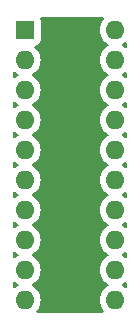
<source format=gbr>
%TF.GenerationSoftware,KiCad,Pcbnew,(6.0.9)*%
%TF.CreationDate,2023-01-16T13:28:43+00:00*%
%TF.ProjectId,Buffer_Bypass,42756666-6572-45f4-9279-706173732e6b,rev?*%
%TF.SameCoordinates,Original*%
%TF.FileFunction,Copper,L1,Top*%
%TF.FilePolarity,Positive*%
%FSLAX46Y46*%
G04 Gerber Fmt 4.6, Leading zero omitted, Abs format (unit mm)*
G04 Created by KiCad (PCBNEW (6.0.9)) date 2023-01-16 13:28:43*
%MOMM*%
%LPD*%
G01*
G04 APERTURE LIST*
%TA.AperFunction,ComponentPad*%
%ADD10R,1.600000X1.600000*%
%TD*%
%TA.AperFunction,ComponentPad*%
%ADD11O,1.600000X1.600000*%
%TD*%
G04 APERTURE END LIST*
D10*
%TO.P,U1,1,A0*%
%TO.N,/A0*%
X116586000Y-65024000D03*
D11*
%TO.P,U1,2,A1*%
%TO.N,/A1*%
X116586000Y-67564000D03*
%TO.P,U1,3,A2*%
%TO.N,/A2*%
X116586000Y-70104000D03*
%TO.P,U1,4,A3*%
%TO.N,/A3*%
X116586000Y-72644000D03*
%TO.P,U1,5,A4*%
%TO.N,/A4*%
X116586000Y-75184000D03*
%TO.P,U1,6,A5*%
%TO.N,/A5*%
X116586000Y-77724000D03*
%TO.P,U1,7,A6*%
%TO.N,/A6*%
X116586000Y-80264000D03*
%TO.P,U1,8,A7*%
%TO.N,/A7*%
X116586000Y-82804000D03*
%TO.P,U1,9,CE*%
%TO.N,unconnected-(U1-Pad9)*%
X116586000Y-85344000D03*
%TO.P,U1,10,GND*%
%TO.N,unconnected-(U1-Pad10)*%
X116586000Y-87884000D03*
%TO.P,U1,11,A->B*%
%TO.N,unconnected-(U1-Pad11)*%
X124206000Y-87884000D03*
%TO.P,U1,12,B7*%
%TO.N,/A7*%
X124206000Y-85344000D03*
%TO.P,U1,13,B6*%
%TO.N,/A6*%
X124206000Y-82804000D03*
%TO.P,U1,14,B5*%
%TO.N,/A5*%
X124206000Y-80264000D03*
%TO.P,U1,15,B4*%
%TO.N,/A4*%
X124206000Y-77724000D03*
%TO.P,U1,16,B3*%
%TO.N,/A3*%
X124206000Y-75184000D03*
%TO.P,U1,17,B2*%
%TO.N,/A2*%
X124206000Y-72644000D03*
%TO.P,U1,18,B1*%
%TO.N,/A1*%
X124206000Y-70104000D03*
%TO.P,U1,19,B0*%
%TO.N,/A0*%
X124206000Y-67564000D03*
%TO.P,U1,20,VCC*%
%TO.N,unconnected-(U1-Pad20)*%
X124206000Y-65024000D03*
%TD*%
%TA.AperFunction,NonConductor*%
G36*
X125165363Y-66039549D02*
G01*
X125213948Y-66091319D01*
X125227500Y-66148165D01*
X125227500Y-66439835D01*
X125207498Y-66507956D01*
X125153842Y-66554449D01*
X125083568Y-66564553D01*
X125029229Y-66543048D01*
X124862749Y-66426477D01*
X124857767Y-66424154D01*
X124857762Y-66424151D01*
X124823543Y-66408195D01*
X124770258Y-66361278D01*
X124750797Y-66293001D01*
X124771339Y-66225041D01*
X124823543Y-66179805D01*
X124857762Y-66163849D01*
X124857767Y-66163846D01*
X124862749Y-66161523D01*
X125029229Y-66044952D01*
X125096503Y-66022264D01*
X125165363Y-66039549D01*
G37*
%TD.AperFunction*%
%TA.AperFunction,NonConductor*%
G36*
X125165363Y-68579549D02*
G01*
X125213948Y-68631319D01*
X125227500Y-68688165D01*
X125227500Y-68979835D01*
X125207498Y-69047956D01*
X125153842Y-69094449D01*
X125083568Y-69104553D01*
X125029229Y-69083048D01*
X124983010Y-69050685D01*
X124862749Y-68966477D01*
X124857767Y-68964154D01*
X124857762Y-68964151D01*
X124823543Y-68948195D01*
X124770258Y-68901278D01*
X124750797Y-68833001D01*
X124771339Y-68765041D01*
X124823543Y-68719805D01*
X124857762Y-68703849D01*
X124857767Y-68703846D01*
X124862749Y-68701523D01*
X125029229Y-68584952D01*
X125096503Y-68562264D01*
X125165363Y-68579549D01*
G37*
%TD.AperFunction*%
%TA.AperFunction,NonConductor*%
G36*
X115742771Y-68570948D02*
G01*
X115755055Y-68579549D01*
X115929251Y-68701523D01*
X115934233Y-68703846D01*
X115934238Y-68703849D01*
X115968457Y-68719805D01*
X116021742Y-68766722D01*
X116041203Y-68834999D01*
X116020661Y-68902959D01*
X115968457Y-68948195D01*
X115934238Y-68964151D01*
X115934233Y-68964154D01*
X115929251Y-68966477D01*
X115812887Y-69047956D01*
X115742771Y-69097052D01*
X115675497Y-69119740D01*
X115606636Y-69102455D01*
X115558052Y-69050685D01*
X115544500Y-68993839D01*
X115544500Y-68674161D01*
X115564502Y-68606040D01*
X115618158Y-68559547D01*
X115688432Y-68549443D01*
X115742771Y-68570948D01*
G37*
%TD.AperFunction*%
%TA.AperFunction,NonConductor*%
G36*
X125165363Y-71119549D02*
G01*
X125213948Y-71171319D01*
X125227500Y-71228165D01*
X125227500Y-71519835D01*
X125207498Y-71587956D01*
X125153842Y-71634449D01*
X125083568Y-71644553D01*
X125029229Y-71623048D01*
X124983010Y-71590685D01*
X124862749Y-71506477D01*
X124857767Y-71504154D01*
X124857762Y-71504151D01*
X124823543Y-71488195D01*
X124770258Y-71441278D01*
X124750797Y-71373001D01*
X124771339Y-71305041D01*
X124823543Y-71259805D01*
X124857762Y-71243849D01*
X124857767Y-71243846D01*
X124862749Y-71241523D01*
X125029229Y-71124952D01*
X125096503Y-71102264D01*
X125165363Y-71119549D01*
G37*
%TD.AperFunction*%
%TA.AperFunction,NonConductor*%
G36*
X115742771Y-71110948D02*
G01*
X115755055Y-71119549D01*
X115929251Y-71241523D01*
X115934233Y-71243846D01*
X115934238Y-71243849D01*
X115968457Y-71259805D01*
X116021742Y-71306722D01*
X116041203Y-71374999D01*
X116020661Y-71442959D01*
X115968457Y-71488195D01*
X115934238Y-71504151D01*
X115934233Y-71504154D01*
X115929251Y-71506477D01*
X115812887Y-71587956D01*
X115742771Y-71637052D01*
X115675497Y-71659740D01*
X115606636Y-71642455D01*
X115558052Y-71590685D01*
X115544500Y-71533839D01*
X115544500Y-71214161D01*
X115564502Y-71146040D01*
X115618158Y-71099547D01*
X115688432Y-71089443D01*
X115742771Y-71110948D01*
G37*
%TD.AperFunction*%
%TA.AperFunction,NonConductor*%
G36*
X125165363Y-73659549D02*
G01*
X125213948Y-73711319D01*
X125227500Y-73768165D01*
X125227500Y-74059835D01*
X125207498Y-74127956D01*
X125153842Y-74174449D01*
X125083568Y-74184553D01*
X125029229Y-74163048D01*
X124983010Y-74130685D01*
X124862749Y-74046477D01*
X124857767Y-74044154D01*
X124857762Y-74044151D01*
X124823543Y-74028195D01*
X124770258Y-73981278D01*
X124750797Y-73913001D01*
X124771339Y-73845041D01*
X124823543Y-73799805D01*
X124857762Y-73783849D01*
X124857767Y-73783846D01*
X124862749Y-73781523D01*
X125029229Y-73664952D01*
X125096503Y-73642264D01*
X125165363Y-73659549D01*
G37*
%TD.AperFunction*%
%TA.AperFunction,NonConductor*%
G36*
X115742771Y-73650948D02*
G01*
X115755055Y-73659549D01*
X115929251Y-73781523D01*
X115934233Y-73783846D01*
X115934238Y-73783849D01*
X115968457Y-73799805D01*
X116021742Y-73846722D01*
X116041203Y-73914999D01*
X116020661Y-73982959D01*
X115968457Y-74028195D01*
X115934238Y-74044151D01*
X115934233Y-74044154D01*
X115929251Y-74046477D01*
X115812887Y-74127956D01*
X115742771Y-74177052D01*
X115675497Y-74199740D01*
X115606636Y-74182455D01*
X115558052Y-74130685D01*
X115544500Y-74073839D01*
X115544500Y-73754161D01*
X115564502Y-73686040D01*
X115618158Y-73639547D01*
X115688432Y-73629443D01*
X115742771Y-73650948D01*
G37*
%TD.AperFunction*%
%TA.AperFunction,NonConductor*%
G36*
X125165363Y-76199549D02*
G01*
X125213948Y-76251319D01*
X125227500Y-76308165D01*
X125227500Y-76599835D01*
X125207498Y-76667956D01*
X125153842Y-76714449D01*
X125083568Y-76724553D01*
X125029229Y-76703048D01*
X124983010Y-76670685D01*
X124862749Y-76586477D01*
X124857767Y-76584154D01*
X124857762Y-76584151D01*
X124823543Y-76568195D01*
X124770258Y-76521278D01*
X124750797Y-76453001D01*
X124771339Y-76385041D01*
X124823543Y-76339805D01*
X124857762Y-76323849D01*
X124857767Y-76323846D01*
X124862749Y-76321523D01*
X125029229Y-76204952D01*
X125096503Y-76182264D01*
X125165363Y-76199549D01*
G37*
%TD.AperFunction*%
%TA.AperFunction,NonConductor*%
G36*
X115742771Y-76190948D02*
G01*
X115755055Y-76199549D01*
X115929251Y-76321523D01*
X115934233Y-76323846D01*
X115934238Y-76323849D01*
X115968457Y-76339805D01*
X116021742Y-76386722D01*
X116041203Y-76454999D01*
X116020661Y-76522959D01*
X115968457Y-76568195D01*
X115934238Y-76584151D01*
X115934233Y-76584154D01*
X115929251Y-76586477D01*
X115812887Y-76667956D01*
X115742771Y-76717052D01*
X115675497Y-76739740D01*
X115606636Y-76722455D01*
X115558052Y-76670685D01*
X115544500Y-76613839D01*
X115544500Y-76294161D01*
X115564502Y-76226040D01*
X115618158Y-76179547D01*
X115688432Y-76169443D01*
X115742771Y-76190948D01*
G37*
%TD.AperFunction*%
%TA.AperFunction,NonConductor*%
G36*
X125165363Y-78739549D02*
G01*
X125213948Y-78791319D01*
X125227500Y-78848165D01*
X125227500Y-79139835D01*
X125207498Y-79207956D01*
X125153842Y-79254449D01*
X125083568Y-79264553D01*
X125029229Y-79243048D01*
X124983010Y-79210685D01*
X124862749Y-79126477D01*
X124857767Y-79124154D01*
X124857762Y-79124151D01*
X124823543Y-79108195D01*
X124770258Y-79061278D01*
X124750797Y-78993001D01*
X124771339Y-78925041D01*
X124823543Y-78879805D01*
X124857762Y-78863849D01*
X124857767Y-78863846D01*
X124862749Y-78861523D01*
X125029229Y-78744952D01*
X125096503Y-78722264D01*
X125165363Y-78739549D01*
G37*
%TD.AperFunction*%
%TA.AperFunction,NonConductor*%
G36*
X115742771Y-78730948D02*
G01*
X115755055Y-78739549D01*
X115929251Y-78861523D01*
X115934233Y-78863846D01*
X115934238Y-78863849D01*
X115968457Y-78879805D01*
X116021742Y-78926722D01*
X116041203Y-78994999D01*
X116020661Y-79062959D01*
X115968457Y-79108195D01*
X115934238Y-79124151D01*
X115934233Y-79124154D01*
X115929251Y-79126477D01*
X115812887Y-79207956D01*
X115742771Y-79257052D01*
X115675497Y-79279740D01*
X115606636Y-79262455D01*
X115558052Y-79210685D01*
X115544500Y-79153839D01*
X115544500Y-78834161D01*
X115564502Y-78766040D01*
X115618158Y-78719547D01*
X115688432Y-78709443D01*
X115742771Y-78730948D01*
G37*
%TD.AperFunction*%
%TA.AperFunction,NonConductor*%
G36*
X125165363Y-81279549D02*
G01*
X125213948Y-81331319D01*
X125227500Y-81388165D01*
X125227500Y-81679835D01*
X125207498Y-81747956D01*
X125153842Y-81794449D01*
X125083568Y-81804553D01*
X125029229Y-81783048D01*
X124983010Y-81750685D01*
X124862749Y-81666477D01*
X124857767Y-81664154D01*
X124857762Y-81664151D01*
X124823543Y-81648195D01*
X124770258Y-81601278D01*
X124750797Y-81533001D01*
X124771339Y-81465041D01*
X124823543Y-81419805D01*
X124857762Y-81403849D01*
X124857767Y-81403846D01*
X124862749Y-81401523D01*
X125029229Y-81284952D01*
X125096503Y-81262264D01*
X125165363Y-81279549D01*
G37*
%TD.AperFunction*%
%TA.AperFunction,NonConductor*%
G36*
X115742771Y-81270948D02*
G01*
X115755055Y-81279549D01*
X115929251Y-81401523D01*
X115934233Y-81403846D01*
X115934238Y-81403849D01*
X115968457Y-81419805D01*
X116021742Y-81466722D01*
X116041203Y-81534999D01*
X116020661Y-81602959D01*
X115968457Y-81648195D01*
X115934238Y-81664151D01*
X115934233Y-81664154D01*
X115929251Y-81666477D01*
X115812887Y-81747956D01*
X115742771Y-81797052D01*
X115675497Y-81819740D01*
X115606636Y-81802455D01*
X115558052Y-81750685D01*
X115544500Y-81693839D01*
X115544500Y-81374161D01*
X115564502Y-81306040D01*
X115618158Y-81259547D01*
X115688432Y-81249443D01*
X115742771Y-81270948D01*
G37*
%TD.AperFunction*%
%TA.AperFunction,NonConductor*%
G36*
X125165363Y-83819549D02*
G01*
X125213948Y-83871319D01*
X125227500Y-83928165D01*
X125227500Y-84219835D01*
X125207498Y-84287956D01*
X125153842Y-84334449D01*
X125083568Y-84344553D01*
X125029229Y-84323048D01*
X124983010Y-84290685D01*
X124862749Y-84206477D01*
X124857767Y-84204154D01*
X124857762Y-84204151D01*
X124823543Y-84188195D01*
X124770258Y-84141278D01*
X124750797Y-84073001D01*
X124771339Y-84005041D01*
X124823543Y-83959805D01*
X124857762Y-83943849D01*
X124857767Y-83943846D01*
X124862749Y-83941523D01*
X125029229Y-83824952D01*
X125096503Y-83802264D01*
X125165363Y-83819549D01*
G37*
%TD.AperFunction*%
%TA.AperFunction,NonConductor*%
G36*
X115742771Y-83810948D02*
G01*
X115755055Y-83819549D01*
X115929251Y-83941523D01*
X115934233Y-83943846D01*
X115934238Y-83943849D01*
X115968457Y-83959805D01*
X116021742Y-84006722D01*
X116041203Y-84074999D01*
X116020661Y-84142959D01*
X115968457Y-84188195D01*
X115934238Y-84204151D01*
X115934233Y-84204154D01*
X115929251Y-84206477D01*
X115812887Y-84287956D01*
X115742771Y-84337052D01*
X115675497Y-84359740D01*
X115606636Y-84342455D01*
X115558052Y-84290685D01*
X115544500Y-84233839D01*
X115544500Y-83914161D01*
X115564502Y-83846040D01*
X115618158Y-83799547D01*
X115688432Y-83789443D01*
X115742771Y-83810948D01*
G37*
%TD.AperFunction*%
%TA.AperFunction,NonConductor*%
G36*
X125165363Y-86359549D02*
G01*
X125213948Y-86411319D01*
X125227500Y-86468165D01*
X125227500Y-86759835D01*
X125207498Y-86827956D01*
X125153842Y-86874449D01*
X125083568Y-86884553D01*
X125029229Y-86863048D01*
X124983010Y-86830685D01*
X124862749Y-86746477D01*
X124857767Y-86744154D01*
X124857762Y-86744151D01*
X124823543Y-86728195D01*
X124770258Y-86681278D01*
X124750797Y-86613001D01*
X124771339Y-86545041D01*
X124823543Y-86499805D01*
X124857762Y-86483849D01*
X124857767Y-86483846D01*
X124862749Y-86481523D01*
X125029229Y-86364952D01*
X125096503Y-86342264D01*
X125165363Y-86359549D01*
G37*
%TD.AperFunction*%
%TA.AperFunction,NonConductor*%
G36*
X115742771Y-86350948D02*
G01*
X115755055Y-86359549D01*
X115929251Y-86481523D01*
X115934233Y-86483846D01*
X115934238Y-86483849D01*
X115968457Y-86499805D01*
X116021742Y-86546722D01*
X116041203Y-86614999D01*
X116020661Y-86682959D01*
X115968457Y-86728195D01*
X115934238Y-86744151D01*
X115934233Y-86744154D01*
X115929251Y-86746477D01*
X115812887Y-86827956D01*
X115742771Y-86877052D01*
X115675497Y-86899740D01*
X115606636Y-86882455D01*
X115558052Y-86830685D01*
X115544500Y-86773839D01*
X115544500Y-86454161D01*
X115564502Y-86386040D01*
X115618158Y-86339547D01*
X115688432Y-86329443D01*
X115742771Y-86350948D01*
G37*
%TD.AperFunction*%
%TA.AperFunction,NonConductor*%
G36*
X123210933Y-63952502D02*
G01*
X123257426Y-64006158D01*
X123267530Y-64076432D01*
X123238036Y-64141012D01*
X123231907Y-64147595D01*
X123199802Y-64179700D01*
X123068477Y-64367251D01*
X123066154Y-64372233D01*
X123066151Y-64372238D01*
X122974039Y-64569775D01*
X122971716Y-64574757D01*
X122912457Y-64795913D01*
X122892502Y-65024000D01*
X122912457Y-65252087D01*
X122971716Y-65473243D01*
X122974039Y-65478224D01*
X122974039Y-65478225D01*
X123066151Y-65675762D01*
X123066154Y-65675767D01*
X123068477Y-65680749D01*
X123199802Y-65868300D01*
X123361700Y-66030198D01*
X123366208Y-66033355D01*
X123366211Y-66033357D01*
X123407542Y-66062297D01*
X123549251Y-66161523D01*
X123554233Y-66163846D01*
X123554238Y-66163849D01*
X123588457Y-66179805D01*
X123641742Y-66226722D01*
X123661203Y-66294999D01*
X123640661Y-66362959D01*
X123588457Y-66408195D01*
X123554238Y-66424151D01*
X123554233Y-66424154D01*
X123549251Y-66426477D01*
X123530174Y-66439835D01*
X123366211Y-66554643D01*
X123366208Y-66554645D01*
X123361700Y-66557802D01*
X123199802Y-66719700D01*
X123068477Y-66907251D01*
X123066154Y-66912233D01*
X123066151Y-66912238D01*
X122974039Y-67109775D01*
X122971716Y-67114757D01*
X122912457Y-67335913D01*
X122892502Y-67564000D01*
X122912457Y-67792087D01*
X122971716Y-68013243D01*
X122974039Y-68018224D01*
X122974039Y-68018225D01*
X123066151Y-68215762D01*
X123066154Y-68215767D01*
X123068477Y-68220749D01*
X123199802Y-68408300D01*
X123361700Y-68570198D01*
X123366208Y-68573355D01*
X123366211Y-68573357D01*
X123444389Y-68628098D01*
X123549251Y-68701523D01*
X123554233Y-68703846D01*
X123554238Y-68703849D01*
X123588457Y-68719805D01*
X123641742Y-68766722D01*
X123661203Y-68834999D01*
X123640661Y-68902959D01*
X123588457Y-68948195D01*
X123554238Y-68964151D01*
X123554233Y-68964154D01*
X123549251Y-68966477D01*
X123444389Y-69039902D01*
X123366211Y-69094643D01*
X123366208Y-69094645D01*
X123361700Y-69097802D01*
X123199802Y-69259700D01*
X123068477Y-69447251D01*
X123066154Y-69452233D01*
X123066151Y-69452238D01*
X122974039Y-69649775D01*
X122971716Y-69654757D01*
X122912457Y-69875913D01*
X122892502Y-70104000D01*
X122912457Y-70332087D01*
X122971716Y-70553243D01*
X122974039Y-70558224D01*
X122974039Y-70558225D01*
X123066151Y-70755762D01*
X123066154Y-70755767D01*
X123068477Y-70760749D01*
X123199802Y-70948300D01*
X123361700Y-71110198D01*
X123366208Y-71113355D01*
X123366211Y-71113357D01*
X123444389Y-71168098D01*
X123549251Y-71241523D01*
X123554233Y-71243846D01*
X123554238Y-71243849D01*
X123588457Y-71259805D01*
X123641742Y-71306722D01*
X123661203Y-71374999D01*
X123640661Y-71442959D01*
X123588457Y-71488195D01*
X123554238Y-71504151D01*
X123554233Y-71504154D01*
X123549251Y-71506477D01*
X123444389Y-71579902D01*
X123366211Y-71634643D01*
X123366208Y-71634645D01*
X123361700Y-71637802D01*
X123199802Y-71799700D01*
X123068477Y-71987251D01*
X123066154Y-71992233D01*
X123066151Y-71992238D01*
X122974039Y-72189775D01*
X122971716Y-72194757D01*
X122912457Y-72415913D01*
X122892502Y-72644000D01*
X122912457Y-72872087D01*
X122971716Y-73093243D01*
X122974039Y-73098224D01*
X122974039Y-73098225D01*
X123066151Y-73295762D01*
X123066154Y-73295767D01*
X123068477Y-73300749D01*
X123199802Y-73488300D01*
X123361700Y-73650198D01*
X123366208Y-73653355D01*
X123366211Y-73653357D01*
X123444389Y-73708098D01*
X123549251Y-73781523D01*
X123554233Y-73783846D01*
X123554238Y-73783849D01*
X123588457Y-73799805D01*
X123641742Y-73846722D01*
X123661203Y-73914999D01*
X123640661Y-73982959D01*
X123588457Y-74028195D01*
X123554238Y-74044151D01*
X123554233Y-74044154D01*
X123549251Y-74046477D01*
X123444389Y-74119902D01*
X123366211Y-74174643D01*
X123366208Y-74174645D01*
X123361700Y-74177802D01*
X123199802Y-74339700D01*
X123068477Y-74527251D01*
X123066154Y-74532233D01*
X123066151Y-74532238D01*
X122974039Y-74729775D01*
X122971716Y-74734757D01*
X122912457Y-74955913D01*
X122892502Y-75184000D01*
X122912457Y-75412087D01*
X122971716Y-75633243D01*
X122974039Y-75638224D01*
X122974039Y-75638225D01*
X123066151Y-75835762D01*
X123066154Y-75835767D01*
X123068477Y-75840749D01*
X123199802Y-76028300D01*
X123361700Y-76190198D01*
X123366208Y-76193355D01*
X123366211Y-76193357D01*
X123444389Y-76248098D01*
X123549251Y-76321523D01*
X123554233Y-76323846D01*
X123554238Y-76323849D01*
X123588457Y-76339805D01*
X123641742Y-76386722D01*
X123661203Y-76454999D01*
X123640661Y-76522959D01*
X123588457Y-76568195D01*
X123554238Y-76584151D01*
X123554233Y-76584154D01*
X123549251Y-76586477D01*
X123444389Y-76659902D01*
X123366211Y-76714643D01*
X123366208Y-76714645D01*
X123361700Y-76717802D01*
X123199802Y-76879700D01*
X123068477Y-77067251D01*
X123066154Y-77072233D01*
X123066151Y-77072238D01*
X122974039Y-77269775D01*
X122971716Y-77274757D01*
X122912457Y-77495913D01*
X122892502Y-77724000D01*
X122912457Y-77952087D01*
X122971716Y-78173243D01*
X122974039Y-78178224D01*
X122974039Y-78178225D01*
X123066151Y-78375762D01*
X123066154Y-78375767D01*
X123068477Y-78380749D01*
X123199802Y-78568300D01*
X123361700Y-78730198D01*
X123366208Y-78733355D01*
X123366211Y-78733357D01*
X123444389Y-78788098D01*
X123549251Y-78861523D01*
X123554233Y-78863846D01*
X123554238Y-78863849D01*
X123588457Y-78879805D01*
X123641742Y-78926722D01*
X123661203Y-78994999D01*
X123640661Y-79062959D01*
X123588457Y-79108195D01*
X123554238Y-79124151D01*
X123554233Y-79124154D01*
X123549251Y-79126477D01*
X123444389Y-79199902D01*
X123366211Y-79254643D01*
X123366208Y-79254645D01*
X123361700Y-79257802D01*
X123199802Y-79419700D01*
X123068477Y-79607251D01*
X123066154Y-79612233D01*
X123066151Y-79612238D01*
X122974039Y-79809775D01*
X122971716Y-79814757D01*
X122912457Y-80035913D01*
X122892502Y-80264000D01*
X122912457Y-80492087D01*
X122971716Y-80713243D01*
X122974039Y-80718224D01*
X122974039Y-80718225D01*
X123066151Y-80915762D01*
X123066154Y-80915767D01*
X123068477Y-80920749D01*
X123199802Y-81108300D01*
X123361700Y-81270198D01*
X123366208Y-81273355D01*
X123366211Y-81273357D01*
X123444389Y-81328098D01*
X123549251Y-81401523D01*
X123554233Y-81403846D01*
X123554238Y-81403849D01*
X123588457Y-81419805D01*
X123641742Y-81466722D01*
X123661203Y-81534999D01*
X123640661Y-81602959D01*
X123588457Y-81648195D01*
X123554238Y-81664151D01*
X123554233Y-81664154D01*
X123549251Y-81666477D01*
X123444389Y-81739902D01*
X123366211Y-81794643D01*
X123366208Y-81794645D01*
X123361700Y-81797802D01*
X123199802Y-81959700D01*
X123068477Y-82147251D01*
X123066154Y-82152233D01*
X123066151Y-82152238D01*
X122974039Y-82349775D01*
X122971716Y-82354757D01*
X122912457Y-82575913D01*
X122892502Y-82804000D01*
X122912457Y-83032087D01*
X122971716Y-83253243D01*
X122974039Y-83258224D01*
X122974039Y-83258225D01*
X123066151Y-83455762D01*
X123066154Y-83455767D01*
X123068477Y-83460749D01*
X123199802Y-83648300D01*
X123361700Y-83810198D01*
X123366208Y-83813355D01*
X123366211Y-83813357D01*
X123444389Y-83868098D01*
X123549251Y-83941523D01*
X123554233Y-83943846D01*
X123554238Y-83943849D01*
X123588457Y-83959805D01*
X123641742Y-84006722D01*
X123661203Y-84074999D01*
X123640661Y-84142959D01*
X123588457Y-84188195D01*
X123554238Y-84204151D01*
X123554233Y-84204154D01*
X123549251Y-84206477D01*
X123444389Y-84279902D01*
X123366211Y-84334643D01*
X123366208Y-84334645D01*
X123361700Y-84337802D01*
X123199802Y-84499700D01*
X123068477Y-84687251D01*
X123066154Y-84692233D01*
X123066151Y-84692238D01*
X122974039Y-84889775D01*
X122971716Y-84894757D01*
X122912457Y-85115913D01*
X122892502Y-85344000D01*
X122912457Y-85572087D01*
X122971716Y-85793243D01*
X122974039Y-85798224D01*
X122974039Y-85798225D01*
X123066151Y-85995762D01*
X123066154Y-85995767D01*
X123068477Y-86000749D01*
X123199802Y-86188300D01*
X123361700Y-86350198D01*
X123366208Y-86353355D01*
X123366211Y-86353357D01*
X123444389Y-86408098D01*
X123549251Y-86481523D01*
X123554233Y-86483846D01*
X123554238Y-86483849D01*
X123588457Y-86499805D01*
X123641742Y-86546722D01*
X123661203Y-86614999D01*
X123640661Y-86682959D01*
X123588457Y-86728195D01*
X123554238Y-86744151D01*
X123554233Y-86744154D01*
X123549251Y-86746477D01*
X123444389Y-86819902D01*
X123366211Y-86874643D01*
X123366208Y-86874645D01*
X123361700Y-86877802D01*
X123199802Y-87039700D01*
X123068477Y-87227251D01*
X123066154Y-87232233D01*
X123066151Y-87232238D01*
X122974039Y-87429775D01*
X122971716Y-87434757D01*
X122912457Y-87655913D01*
X122892502Y-87884000D01*
X122912457Y-88112087D01*
X122971716Y-88333243D01*
X122974039Y-88338224D01*
X122974039Y-88338225D01*
X123066151Y-88535762D01*
X123066154Y-88535767D01*
X123068477Y-88540749D01*
X123199802Y-88728300D01*
X123221907Y-88750405D01*
X123255933Y-88812717D01*
X123250868Y-88883532D01*
X123208321Y-88940368D01*
X123141801Y-88965179D01*
X123132812Y-88965500D01*
X117659188Y-88965500D01*
X117591067Y-88945498D01*
X117544574Y-88891842D01*
X117534470Y-88821568D01*
X117563964Y-88756988D01*
X117570093Y-88750405D01*
X117592198Y-88728300D01*
X117723523Y-88540749D01*
X117725846Y-88535767D01*
X117725849Y-88535762D01*
X117817961Y-88338225D01*
X117817961Y-88338224D01*
X117820284Y-88333243D01*
X117879543Y-88112087D01*
X117899498Y-87884000D01*
X117879543Y-87655913D01*
X117820284Y-87434757D01*
X117817961Y-87429775D01*
X117725849Y-87232238D01*
X117725846Y-87232233D01*
X117723523Y-87227251D01*
X117592198Y-87039700D01*
X117430300Y-86877802D01*
X117425792Y-86874645D01*
X117425789Y-86874643D01*
X117347611Y-86819902D01*
X117242749Y-86746477D01*
X117237767Y-86744154D01*
X117237762Y-86744151D01*
X117203543Y-86728195D01*
X117150258Y-86681278D01*
X117130797Y-86613001D01*
X117151339Y-86545041D01*
X117203543Y-86499805D01*
X117237762Y-86483849D01*
X117237767Y-86483846D01*
X117242749Y-86481523D01*
X117347611Y-86408098D01*
X117425789Y-86353357D01*
X117425792Y-86353355D01*
X117430300Y-86350198D01*
X117592198Y-86188300D01*
X117723523Y-86000749D01*
X117725846Y-85995767D01*
X117725849Y-85995762D01*
X117817961Y-85798225D01*
X117817961Y-85798224D01*
X117820284Y-85793243D01*
X117879543Y-85572087D01*
X117899498Y-85344000D01*
X117879543Y-85115913D01*
X117820284Y-84894757D01*
X117817961Y-84889775D01*
X117725849Y-84692238D01*
X117725846Y-84692233D01*
X117723523Y-84687251D01*
X117592198Y-84499700D01*
X117430300Y-84337802D01*
X117425792Y-84334645D01*
X117425789Y-84334643D01*
X117347611Y-84279902D01*
X117242749Y-84206477D01*
X117237767Y-84204154D01*
X117237762Y-84204151D01*
X117203543Y-84188195D01*
X117150258Y-84141278D01*
X117130797Y-84073001D01*
X117151339Y-84005041D01*
X117203543Y-83959805D01*
X117237762Y-83943849D01*
X117237767Y-83943846D01*
X117242749Y-83941523D01*
X117347611Y-83868098D01*
X117425789Y-83813357D01*
X117425792Y-83813355D01*
X117430300Y-83810198D01*
X117592198Y-83648300D01*
X117723523Y-83460749D01*
X117725846Y-83455767D01*
X117725849Y-83455762D01*
X117817961Y-83258225D01*
X117817961Y-83258224D01*
X117820284Y-83253243D01*
X117879543Y-83032087D01*
X117899498Y-82804000D01*
X117879543Y-82575913D01*
X117820284Y-82354757D01*
X117817961Y-82349775D01*
X117725849Y-82152238D01*
X117725846Y-82152233D01*
X117723523Y-82147251D01*
X117592198Y-81959700D01*
X117430300Y-81797802D01*
X117425792Y-81794645D01*
X117425789Y-81794643D01*
X117347611Y-81739902D01*
X117242749Y-81666477D01*
X117237767Y-81664154D01*
X117237762Y-81664151D01*
X117203543Y-81648195D01*
X117150258Y-81601278D01*
X117130797Y-81533001D01*
X117151339Y-81465041D01*
X117203543Y-81419805D01*
X117237762Y-81403849D01*
X117237767Y-81403846D01*
X117242749Y-81401523D01*
X117347611Y-81328098D01*
X117425789Y-81273357D01*
X117425792Y-81273355D01*
X117430300Y-81270198D01*
X117592198Y-81108300D01*
X117723523Y-80920749D01*
X117725846Y-80915767D01*
X117725849Y-80915762D01*
X117817961Y-80718225D01*
X117817961Y-80718224D01*
X117820284Y-80713243D01*
X117879543Y-80492087D01*
X117899498Y-80264000D01*
X117879543Y-80035913D01*
X117820284Y-79814757D01*
X117817961Y-79809775D01*
X117725849Y-79612238D01*
X117725846Y-79612233D01*
X117723523Y-79607251D01*
X117592198Y-79419700D01*
X117430300Y-79257802D01*
X117425792Y-79254645D01*
X117425789Y-79254643D01*
X117347611Y-79199902D01*
X117242749Y-79126477D01*
X117237767Y-79124154D01*
X117237762Y-79124151D01*
X117203543Y-79108195D01*
X117150258Y-79061278D01*
X117130797Y-78993001D01*
X117151339Y-78925041D01*
X117203543Y-78879805D01*
X117237762Y-78863849D01*
X117237767Y-78863846D01*
X117242749Y-78861523D01*
X117347611Y-78788098D01*
X117425789Y-78733357D01*
X117425792Y-78733355D01*
X117430300Y-78730198D01*
X117592198Y-78568300D01*
X117723523Y-78380749D01*
X117725846Y-78375767D01*
X117725849Y-78375762D01*
X117817961Y-78178225D01*
X117817961Y-78178224D01*
X117820284Y-78173243D01*
X117879543Y-77952087D01*
X117899498Y-77724000D01*
X117879543Y-77495913D01*
X117820284Y-77274757D01*
X117817961Y-77269775D01*
X117725849Y-77072238D01*
X117725846Y-77072233D01*
X117723523Y-77067251D01*
X117592198Y-76879700D01*
X117430300Y-76717802D01*
X117425792Y-76714645D01*
X117425789Y-76714643D01*
X117347611Y-76659902D01*
X117242749Y-76586477D01*
X117237767Y-76584154D01*
X117237762Y-76584151D01*
X117203543Y-76568195D01*
X117150258Y-76521278D01*
X117130797Y-76453001D01*
X117151339Y-76385041D01*
X117203543Y-76339805D01*
X117237762Y-76323849D01*
X117237767Y-76323846D01*
X117242749Y-76321523D01*
X117347611Y-76248098D01*
X117425789Y-76193357D01*
X117425792Y-76193355D01*
X117430300Y-76190198D01*
X117592198Y-76028300D01*
X117723523Y-75840749D01*
X117725846Y-75835767D01*
X117725849Y-75835762D01*
X117817961Y-75638225D01*
X117817961Y-75638224D01*
X117820284Y-75633243D01*
X117879543Y-75412087D01*
X117899498Y-75184000D01*
X117879543Y-74955913D01*
X117820284Y-74734757D01*
X117817961Y-74729775D01*
X117725849Y-74532238D01*
X117725846Y-74532233D01*
X117723523Y-74527251D01*
X117592198Y-74339700D01*
X117430300Y-74177802D01*
X117425792Y-74174645D01*
X117425789Y-74174643D01*
X117347611Y-74119902D01*
X117242749Y-74046477D01*
X117237767Y-74044154D01*
X117237762Y-74044151D01*
X117203543Y-74028195D01*
X117150258Y-73981278D01*
X117130797Y-73913001D01*
X117151339Y-73845041D01*
X117203543Y-73799805D01*
X117237762Y-73783849D01*
X117237767Y-73783846D01*
X117242749Y-73781523D01*
X117347611Y-73708098D01*
X117425789Y-73653357D01*
X117425792Y-73653355D01*
X117430300Y-73650198D01*
X117592198Y-73488300D01*
X117723523Y-73300749D01*
X117725846Y-73295767D01*
X117725849Y-73295762D01*
X117817961Y-73098225D01*
X117817961Y-73098224D01*
X117820284Y-73093243D01*
X117879543Y-72872087D01*
X117899498Y-72644000D01*
X117879543Y-72415913D01*
X117820284Y-72194757D01*
X117817961Y-72189775D01*
X117725849Y-71992238D01*
X117725846Y-71992233D01*
X117723523Y-71987251D01*
X117592198Y-71799700D01*
X117430300Y-71637802D01*
X117425792Y-71634645D01*
X117425789Y-71634643D01*
X117347611Y-71579902D01*
X117242749Y-71506477D01*
X117237767Y-71504154D01*
X117237762Y-71504151D01*
X117203543Y-71488195D01*
X117150258Y-71441278D01*
X117130797Y-71373001D01*
X117151339Y-71305041D01*
X117203543Y-71259805D01*
X117237762Y-71243849D01*
X117237767Y-71243846D01*
X117242749Y-71241523D01*
X117347611Y-71168098D01*
X117425789Y-71113357D01*
X117425792Y-71113355D01*
X117430300Y-71110198D01*
X117592198Y-70948300D01*
X117723523Y-70760749D01*
X117725846Y-70755767D01*
X117725849Y-70755762D01*
X117817961Y-70558225D01*
X117817961Y-70558224D01*
X117820284Y-70553243D01*
X117879543Y-70332087D01*
X117899498Y-70104000D01*
X117879543Y-69875913D01*
X117820284Y-69654757D01*
X117817961Y-69649775D01*
X117725849Y-69452238D01*
X117725846Y-69452233D01*
X117723523Y-69447251D01*
X117592198Y-69259700D01*
X117430300Y-69097802D01*
X117425792Y-69094645D01*
X117425789Y-69094643D01*
X117347611Y-69039902D01*
X117242749Y-68966477D01*
X117237767Y-68964154D01*
X117237762Y-68964151D01*
X117203543Y-68948195D01*
X117150258Y-68901278D01*
X117130797Y-68833001D01*
X117151339Y-68765041D01*
X117203543Y-68719805D01*
X117237762Y-68703849D01*
X117237767Y-68703846D01*
X117242749Y-68701523D01*
X117347611Y-68628098D01*
X117425789Y-68573357D01*
X117425792Y-68573355D01*
X117430300Y-68570198D01*
X117592198Y-68408300D01*
X117723523Y-68220749D01*
X117725846Y-68215767D01*
X117725849Y-68215762D01*
X117817961Y-68018225D01*
X117817961Y-68018224D01*
X117820284Y-68013243D01*
X117879543Y-67792087D01*
X117899498Y-67564000D01*
X117879543Y-67335913D01*
X117820284Y-67114757D01*
X117817961Y-67109775D01*
X117725849Y-66912238D01*
X117725846Y-66912233D01*
X117723523Y-66907251D01*
X117592198Y-66719700D01*
X117430300Y-66557802D01*
X117425789Y-66554643D01*
X117421576Y-66551108D01*
X117422527Y-66549974D01*
X117382529Y-66499929D01*
X117375224Y-66429310D01*
X117407258Y-66365951D01*
X117468462Y-66329970D01*
X117485517Y-66326918D01*
X117496316Y-66325745D01*
X117632705Y-66274615D01*
X117749261Y-66187261D01*
X117836615Y-66070705D01*
X117887745Y-65934316D01*
X117894500Y-65872134D01*
X117894500Y-64175866D01*
X117887745Y-64113684D01*
X117883637Y-64102725D01*
X117883420Y-64099762D01*
X117883144Y-64098600D01*
X117883332Y-64098555D01*
X117878457Y-64031918D01*
X117912380Y-63969550D01*
X117974637Y-63935423D01*
X118001621Y-63932500D01*
X123142812Y-63932500D01*
X123210933Y-63952502D01*
G37*
%TD.AperFunction*%
M02*

</source>
